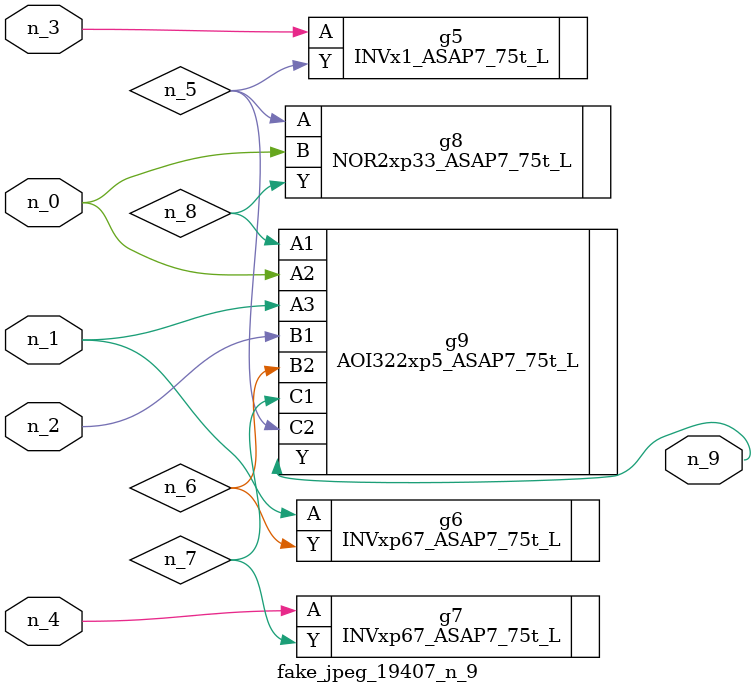
<source format=v>
module fake_jpeg_19407_n_9 (n_3, n_2, n_1, n_0, n_4, n_9);

input n_3;
input n_2;
input n_1;
input n_0;
input n_4;

output n_9;

wire n_8;
wire n_6;
wire n_5;
wire n_7;

INVx1_ASAP7_75t_L g5 ( 
.A(n_3),
.Y(n_5)
);

INVxp67_ASAP7_75t_L g6 ( 
.A(n_1),
.Y(n_6)
);

INVxp67_ASAP7_75t_L g7 ( 
.A(n_4),
.Y(n_7)
);

NOR2xp33_ASAP7_75t_L g8 ( 
.A(n_5),
.B(n_0),
.Y(n_8)
);

AOI322xp5_ASAP7_75t_L g9 ( 
.A1(n_8),
.A2(n_0),
.A3(n_1),
.B1(n_2),
.B2(n_6),
.C1(n_7),
.C2(n_5),
.Y(n_9)
);


endmodule
</source>
